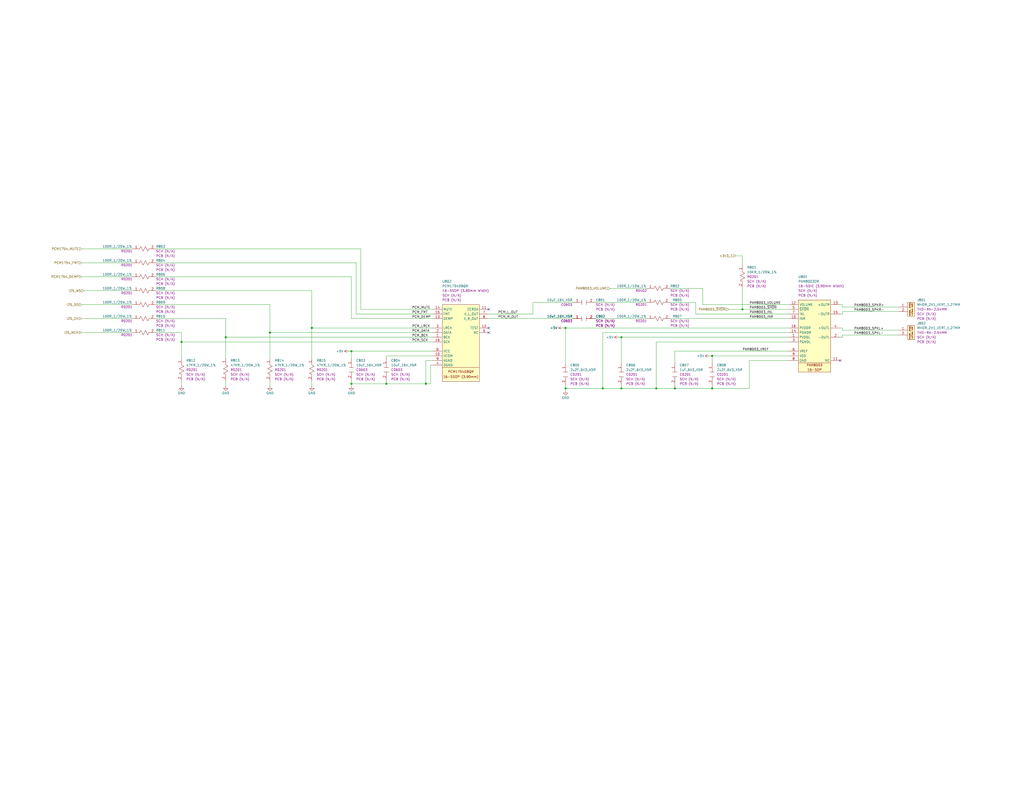
<source format=kicad_sch>
(kicad_sch (version 20230121) (generator eeschema)
  (paper "C")
  (title_block (title "Blender") (date "2023/09/18") (rev "v1.0") (company "Mend0z0") (comment 1 "v1.0") (comment 2 "RELEASED") (comment 3 "Siavash Taher Parvar") (comment 4 "_BOM_Blender_v1.0.html") (comment 5 "_HW_Blender.kicad_pcb") (comment 6 "_GBR_Blender_v1.0") (comment 7 "_ASM_Blender_v1.0") (comment 8 "N/A") (comment 9 "Initial version"))
  (lib_symbols
    (symbol "_SCHLIB_Blender:CAP_CER_10uF_16V_X5R_C0603"
      (property "Reference" "C" (at 2.54 3.81 0))
      (property "Value" "10uF_16V_X5R" (at 2.54 6.35 0))
      (property "Package" "C0603" (at 2.54 34.29 0))
      (property "SCH CHECK" "SCH (N/A)" (at 2.54 31.75 0))
      (property "PCB CHECk" "PCB (N/A)" (at 2.54 29.21 0))
      (symbol "CAP_CER_10uF_16V_X5R_C0603_0_0"
        (polyline (pts (xy 5.08 1.27) (xy 5.08 -1.27)))
        (polyline (pts (xy 7.62 1.27) (xy 7.62 -1.27)))
      )
      (symbol "CAP_CER_10uF_16V_X5R_C0603_1_1"
        (pin passive line (at 0 0 0) (length 5.08) (name "") (number "1"))
        (pin passive line (at 12.7 0 180) (length 5.08) (name "") (number "2"))
      )
    )
    (symbol "_SCHLIB_Blender:CAP_CER_1uF_6V3_X5R_C0201"
      (property "Reference" "C" (at 2.54 3.81 0))
      (property "Value" "1uF_6V3_X5R" (at 2.54 6.35 0))
      (property "Package" "C0201" (at 2.54 34.29 0))
      (property "SCH CHECK" "SCH (N/A)" (at 2.54 31.75 0))
      (property "PCB CHECk" "PCB (N/A)" (at 2.54 29.21 0))
      (symbol "CAP_CER_1uF_6V3_X5R_C0201_0_0"
        (polyline (pts (xy 5.08 1.27) (xy 5.08 -1.27)))
        (polyline (pts (xy 7.62 1.27) (xy 7.62 -1.27)))
      )
      (symbol "CAP_CER_1uF_6V3_X5R_C0201_1_1"
        (pin passive line (at 0 0 0) (length 5.08) (name "") (number "1"))
        (pin passive line (at 12.7 0 180) (length 5.08) (name "") (number "2"))
      )
    )
    (symbol "_SCHLIB_Blender:CAP_CER_2u2F_6V3_X5R_C0201"
      (property "Reference" "C" (at 2.54 3.81 0))
      (property "Value" "2u2F_6V3_X5R" (at 2.54 6.35 0))
      (property "Package" "C0201" (at 2.54 34.29 0))
      (property "SCH CHECK" "SCH (N/A)" (at 2.54 31.75 0))
      (property "PCB CHECk" "PCB (N/A)" (at 2.54 29.21 0))
      (symbol "CAP_CER_2u2F_6V3_X5R_C0201_0_0"
        (polyline (pts (xy 5.08 1.27) (xy 5.08 -1.27)))
        (polyline (pts (xy 7.62 1.27) (xy 7.62 -1.27)))
      )
      (symbol "CAP_CER_2u2F_6V3_X5R_C0201_1_1"
        (pin passive line (at 0 0 0) (length 5.08) (name "") (number "1"))
        (pin passive line (at 12.7 0 180) (length 5.08) (name "") (number "2"))
      )
    )
    (symbol "_SCHLIB_Blender:CONN_HEADER_2POS_1ROW_MALE_VERT_1.27MM"
      (property "Reference" "J" (at 2.54 2.54 0))
      (property "Value" "MHDR_2X1_VERT_1.27MM" (at 2.54 5.08 0))
      (property "Package" "THD-RA-2.54MM" (at 2.54 33.02 0))
      (property "SCH CHECK" "SCH (N/A)" (at 2.54 30.48 0))
      (property "PCB CHECk" "PCB (N/A)" (at 2.54 27.94 0))
      (symbol "CONN_HEADER_2POS_1ROW_MALE_VERT_1.27MM_0_0"
        (text "1.27mm, VERT" (at 2.54 -3.81 900) (effects (font (size 0.635 0.635))))
        (text "MHDR, 2POS" (at 1.27 -3.81 900) (effects (font (size 0.762 0.762))))
      )
      (symbol "CONN_HEADER_2POS_1ROW_MALE_VERT_1.27MM_0_1"
        (rectangle (start 0 0) (end 3.81 -7.62) (fill (type background)))
      )
      (symbol "CONN_HEADER_2POS_1ROW_MALE_VERT_1.27MM_1_1"
        (pin passive line (at -5.08 -2.54 0) (length 5.08) (name "") (number "1"))
        (pin passive line (at -5.08 -5.08 0) (length 5.08) (name "") (number "2"))
      )
    )
    (symbol "_SCHLIB_Blender:IC_AMP_PAM8003DR_STEREO_CLASS D_16-SOIC (0.154{dblquote}, 3.90mm Width)"
      (property "Reference" "U" (at 2.54 2.54 0))
      (property "Value" "PAM8003DR" (at 2.54 5.08 0))
      (property "Package" "16-SOIC (3.90mm Width)" (at 2.54 33.02 0))
      (property "SCH CHECK" "SCH (N/A)" (at 2.54 30.48 0))
      (property "PCB CHECK" "PCB (N/A)" (at 2.54 27.94 0))
      (symbol "IC_AMP_PAM8003DR_STEREO_CLASS D_16-SOIC (0.154{dblquote}, 3.90mm Width)_0_0"
        (polyline (pts (xy 0 -34.29) (xy 17.78 -34.29)))
        (rectangle (start 0 0) (end 17.78 -39.37) (fill (type background)))
        (text "16-SOP" (at 8.89 -38.1 0) (effects (font (size 1.27 1.27))))
        (text "PAM8003" (at 8.89 -35.56 0) (effects (font (size 1.27 1.27))))
      )
      (symbol "IC_AMP_PAM8003DR_STEREO_CLASS D_16-SOIC (0.154{dblquote}, 3.90mm Width)_1_1"
        (pin passive line (at -5.08 -20.32 0) (length 5.08) (name "PVDDL") (number "1"))
        (pin passive line (at -5.08 -10.16 0) (length 5.08) (name "INR") (number "10"))
        (pin passive line (at 22.86 -33.02 180) (length 5.08) (name "NC") (number "11"))
        (pin passive line (at -5.08 -2.54 0) (length 5.08) (name "VOLUME") (number "12"))
        (pin passive line (at 22.86 -2.54 180) (length 5.08) (name "+OUTR") (number "13"))
        (pin passive line (at -5.08 -17.78 0) (length 5.08) (name "PGNDR") (number "14"))
        (pin passive line (at 22.86 -7.62 180) (length 5.08) (name "-OUTR") (number "15"))
        (pin passive line (at -5.08 -15.24 0) (length 5.08) (name "PVDDR") (number "16"))
        (pin passive line (at 22.86 -20.32 180) (length 5.08) (name "-OUTL") (number "2"))
        (pin passive line (at -5.08 -22.86 0) (length 5.08) (name "PGNDL") (number "3"))
        (pin passive line (at 22.86 -15.24 180) (length 5.08) (name "+OUTL") (number "4"))
        (pin passive line (at -5.08 -5.08 0) (length 5.08) (name "~{SHDN}") (number "5"))
        (pin passive line (at -5.08 -27.94 0) (length 5.08) (name "VREF") (number "6"))
        (pin passive line (at -5.08 -7.62 0) (length 5.08) (name "INL") (number "7"))
        (pin passive line (at -5.08 -33.02 0) (length 5.08) (name "GND") (number "8"))
        (pin passive line (at -5.08 -30.48 0) (length 5.08) (name "VDD") (number "9"))
      )
    )
    (symbol "_SCHLIB_Blender:IC_DAC_PCM1754DBQR_24b_I2S_16SSOP"
      (property "Reference" "U" (at 3.81 3.81 0))
      (property "Value" "PCM1754DBQR" (at 3.81 6.35 0))
      (property "Package" "16-SSOP (3.90mm Width)" (at 3.81 34.29 0))
      (property "SCH CHECK" "SCH (N/A)" (at 3.81 31.75 0))
      (property "PCB CHECk" "PCB (N/A)" (at 3.81 29.21 0))
      (symbol "IC_DAC_PCM1754DBQR_24b_I2S_16SSOP_0_0"
        (text "	\nPCM1754DBQR" (at 10.16 -35.56 0) (effects (font (size 1.27 1.27))))
        (text "16-SSOP (3.90mm)" (at 10.16 -39.37 0) (effects (font (size 1.27 1.27))))
      )
      (symbol "IC_DAC_PCM1754DBQR_24b_I2S_16SSOP_0_1"
        (polyline (pts (xy 0 -34.29) (xy 20.32 -34.29)))
        (rectangle (start 0 0) (end 20.32 -41.91) (fill (type background)))
      )
      (symbol "IC_DAC_PCM1754DBQR_24b_I2S_16SSOP_1_1"
        (pin passive line (at -5.08 -17.78 0) (length 5.08) (name "BCK") (number "1"))
        (pin passive line (at -5.08 -27.94 0) (length 5.08) (name "VCOM") (number "10"))
        (pin passive line (at 25.4 -2.54 180) (length 5.08) (name "ZEROA") (number "11"))
        (pin passive line (at 25.4 -12.7 180) (length 5.08) (name "TEST") (number "12"))
        (pin passive line (at -5.08 -7.62 0) (length 5.08) (name "DEMP") (number "13"))
        (pin passive line (at -5.08 -2.54 0) (length 5.08) (name "MUTE") (number "14"))
        (pin passive line (at -5.08 -5.08 0) (length 5.08) (name "FMT") (number "15"))
        (pin passive line (at -5.08 -20.32 0) (length 5.08) (name "SCK") (number "16"))
        (pin passive line (at -5.08 -15.24 0) (length 5.08) (name "DATA") (number "2"))
        (pin passive line (at -5.08 -12.7 0) (length 5.08) (name "LRCK") (number "3"))
        (pin passive line (at -5.08 -33.02 0) (length 5.08) (name "DGND") (number "4"))
        (pin passive line (at 25.4 -15.24 180) (length 5.08) (name "NC") (number "5"))
        (pin passive line (at -5.08 -25.4 0) (length 5.08) (name "VCC") (number "6"))
        (pin passive line (at 25.4 -5.08 180) (length 5.08) (name "V_L_OUT") (number "7"))
        (pin passive line (at 25.4 -7.62 180) (length 5.08) (name "V_R_OUT") (number "8"))
        (pin passive line (at -5.08 -30.48 0) (length 5.08) (name "AGND") (number "9"))
      )
    )
    (symbol "_SCHLIB_Blender:RES_100R_1/10W_1%_R0402"
      (property "Reference" "R" (at 2.54 3.81 0))
      (property "Value" "100R_1/10W_1%" (at 2.54 6.35 0))
      (property "Package" "R0402" (at 2.54 34.29 0))
      (property "SCH CHECK" "SCH (N/A)" (at 2.54 31.75 0))
      (property "PCB CHECk" "PCB (N/A)" (at 2.54 29.21 0))
      (symbol "RES_100R_1/10W_1%_R0402_0_0"
        (polyline (pts (xy 3.81 0) (xy 4.445 1.27) (xy 5.715 -1.27) (xy 6.985 1.27) (xy 8.255 -1.27) (xy 8.89 0)))
      )
      (symbol "RES_100R_1/10W_1%_R0402_1_1"
        (pin passive line (at 0 0 0) (length 3.81) (name "") (number "1"))
        (pin passive line (at 12.7 0 180) (length 3.81) (name "") (number "2"))
      )
    )
    (symbol "_SCHLIB_Blender:RES_100R_1/20W_1%_R0201"
      (property "Reference" "R" (at 2.54 3.81 0))
      (property "Value" "100R_1/20W_1%" (at 2.54 6.35 0))
      (property "Package" "R0201" (at 2.54 34.29 0))
      (property "SCH CHECK" "SCH (N/A)" (at 2.54 31.75 0))
      (property "PCB CHECk" "PCB (N/A)" (at 2.54 29.21 0))
      (symbol "RES_100R_1/20W_1%_R0201_0_0"
        (polyline (pts (xy 3.81 0) (xy 4.445 1.27) (xy 5.715 -1.27) (xy 6.985 1.27) (xy 8.255 -1.27) (xy 8.89 0)))
      )
      (symbol "RES_100R_1/20W_1%_R0201_1_1"
        (pin passive line (at 0 0 0) (length 3.81) (name "") (number "1"))
        (pin passive line (at 12.7 0 180) (length 3.81) (name "") (number "2"))
      )
    )
    (symbol "_SCHLIB_Blender:RES_10KR_1/20W_1%_R0201"
      (property "Reference" "R" (at 2.54 5.08 0))
      (property "Value" "10KR_1/20W_1%" (at 2.54 7.62 0))
      (property "Package" "R0201" (at 2.54 35.56 0))
      (property "SCH CHECK" "SCH (N/A)" (at 2.54 33.02 0))
      (property "PCB CHECk" "PCB (N/A)" (at 2.54 30.48 0))
      (symbol "RES_10KR_1/20W_1%_R0201_0_0"
        (polyline (pts (xy 3.81 0) (xy 4.445 1.27) (xy 5.715 -1.27) (xy 6.985 1.27) (xy 8.255 -1.27) (xy 8.89 0)))
      )
      (symbol "RES_10KR_1/20W_1%_R0201_1_1"
        (pin passive line (at 0 0 0) (length 3.81) (name "") (number "1"))
        (pin passive line (at 12.7 0 180) (length 3.81) (name "") (number "2"))
      )
    )
    (symbol "_SCHLIB_Blender:RES_47KR_1/20W_1%_R0201"
      (property "Reference" "R" (at 2.54 3.81 0))
      (property "Value" "47KR_1/20W_1%" (at 2.54 6.35 0))
      (property "Package" "R0201" (at 2.54 34.29 0))
      (property "SCH CHECK" "SCH (N/A)" (at 2.54 31.75 0))
      (property "PCB CHECk" "PCB (N/A)" (at 2.54 29.21 0))
      (symbol "RES_47KR_1/20W_1%_R0201_0_0"
        (polyline (pts (xy 3.81 0) (xy 4.445 1.27) (xy 5.715 -1.27) (xy 6.985 1.27) (xy 8.255 -1.27) (xy 8.89 0)))
      )
      (symbol "RES_47KR_1/20W_1%_R0201_1_1"
        (pin passive line (at 0 0 0) (length 3.81) (name "") (number "1"))
        (pin passive line (at 12.7 0 180) (length 3.81) (name "") (number "2"))
      )
    )
    (symbol "power:+5V" (power) (pin_names (offset 0))
      (property "Value" "+5V" (at 0 3.556 0))
      (symbol "+5V_0_1"
        (polyline (pts (xy -0.762 1.27) (xy 0 2.54)))
        (polyline (pts (xy 0 0) (xy 0 2.54)))
        (polyline (pts (xy 0 2.54) (xy 0.762 1.27)))
      )
      (symbol "+5V_1_1"
        (pin power_in line (at 0 0 90) (length 0) hide (name "+5V") (number "1"))
      )
    )
    (symbol "power:GND" (power) (pin_names (offset 0))
      (property "Value" "GND" (at 0 -3.81 0))
      (symbol "GND_0_1"
        (polyline (pts (xy 0 0) (xy 0 -1.27) (xy 1.27 -1.27) (xy 0 -2.54) (xy -1.27 -1.27) (xy 0 -1.27)))
      )
      (symbol "GND_1_1"
        (pin power_in line (at 0 0 270) (length 0) hide (name "GND") (number "1"))
      )
    )
  )
  (junction (at 339.09 212.09))
  (junction (at 368.3 212.09))
  (junction (at 388.62 212.09))
  (junction (at 358.14 212.09))
  (junction (at 308.61 179.07))
  (junction (at 405.13 168.91))
  (junction (at 388.62 194.31))
  (junction (at 99.06 186.69))
  (junction (at 147.32 181.61))
  (junction (at 191.77 191.77))
  (junction (at 170.18 179.07))
  (junction (at 210.82 209.55))
  (junction (at 339.09 184.15))
  (junction (at 191.77 209.55))
  (junction (at 328.93 212.09))
  (junction (at 232.41 209.55))
  (junction (at 123.19 184.15))
  (junction (at 308.61 212.09))
  (no_connect (at 458.47 196.85))
  (no_connect (at 266.7 181.61))
  (no_connect (at 266.7 168.91))
  (no_connect (at 266.7 179.07))
  (wire (pts (xy 459.74 180.34) (xy 459.74 179.07)))
  (wire (pts (xy 307.34 179.07) (xy 308.61 179.07)))
  (wire (pts (xy 339.09 212.09) (xy 358.14 212.09)))
  (wire (pts (xy 379.73 171.45) (xy 430.53 171.45)))
  (wire (pts (xy 328.93 181.61) (xy 328.93 212.09)))
  (wire (pts (xy 388.62 212.09) (xy 368.3 212.09)))
  (wire (pts (xy 397.51 168.91) (xy 405.13 168.91)))
  (wire (pts (xy 308.61 179.07) (xy 308.61 198.12)))
  (wire (pts (xy 368.3 210.82) (xy 368.3 212.09)))
  (wire (pts (xy 290.83 165.1) (xy 312.42 165.1)))
  (wire (pts (xy 147.32 181.61) (xy 147.32 195.58)))
  (wire (pts (xy 430.53 181.61) (xy 328.93 181.61)))
  (wire (pts (xy 123.19 210.82) (xy 123.19 208.28)))
  (wire (pts (xy 191.77 191.77) (xy 191.77 195.58)))
  (wire (pts (xy 147.32 166.37) (xy 147.32 181.61)))
  (wire (pts (xy 44.45 143.51) (xy 72.39 143.51)))
  (wire (pts (xy 459.74 170.18) (xy 459.74 171.45)))
  (wire (pts (xy 401.32 139.7) (xy 405.13 139.7)))
  (wire (pts (xy 236.22 199.39) (xy 234.95 199.39)))
  (wire (pts (xy 85.09 151.13) (xy 191.77 151.13)))
  (wire (pts (xy 383.54 157.48) (xy 383.54 166.37)))
  (wire (pts (xy 458.47 166.37) (xy 459.74 166.37)))
  (wire (pts (xy 45.72 158.75) (xy 72.39 158.75)))
  (wire (pts (xy 170.18 158.75) (xy 170.18 179.07)))
  (wire (pts (xy 210.82 209.55) (xy 210.82 208.28)))
  (wire (pts (xy 44.45 166.37) (xy 72.39 166.37)))
  (wire (pts (xy 210.82 209.55) (xy 232.41 209.55)))
  (wire (pts (xy 308.61 210.82) (xy 308.61 212.09)))
  (wire (pts (xy 99.06 186.69) (xy 236.22 186.69)))
  (wire (pts (xy 459.74 184.15) (xy 458.47 184.15)))
  (wire (pts (xy 368.3 212.09) (xy 358.14 212.09)))
  (wire (pts (xy 405.13 168.91) (xy 430.53 168.91)))
  (wire (pts (xy 191.77 208.28) (xy 191.77 209.55)))
  (wire (pts (xy 408.94 196.85) (xy 408.94 212.09)))
  (wire (pts (xy 191.77 191.77) (xy 236.22 191.77)))
  (wire (pts (xy 210.82 194.31) (xy 236.22 194.31)))
  (wire (pts (xy 383.54 166.37) (xy 430.53 166.37)))
  (wire (pts (xy 232.41 196.85) (xy 232.41 209.55)))
  (wire (pts (xy 147.32 181.61) (xy 236.22 181.61)))
  (wire (pts (xy 458.47 171.45) (xy 459.74 171.45)))
  (wire (pts (xy 459.74 180.34) (xy 490.22 180.34)))
  (wire (pts (xy 379.73 165.1) (xy 365.76 165.1)))
  (wire (pts (xy 170.18 179.07) (xy 170.18 195.58)))
  (wire (pts (xy 430.53 194.31) (xy 388.62 194.31)))
  (wire (pts (xy 191.77 209.55) (xy 191.77 210.82)))
  (wire (pts (xy 308.61 212.09) (xy 308.61 213.36)))
  (wire (pts (xy 234.95 209.55) (xy 232.41 209.55)))
  (wire (pts (xy 405.13 157.48) (xy 405.13 168.91)))
  (wire (pts (xy 85.09 181.61) (xy 99.06 181.61)))
  (wire (pts (xy 332.74 157.48) (xy 353.06 157.48)))
  (wire (pts (xy 210.82 209.55) (xy 191.77 209.55)))
  (wire (pts (xy 368.3 191.77) (xy 430.53 191.77)))
  (wire (pts (xy 368.3 191.77) (xy 368.3 198.12)))
  (wire (pts (xy 234.95 199.39) (xy 234.95 209.55)))
  (wire (pts (xy 325.12 173.99) (xy 353.06 173.99)))
  (wire (pts (xy 358.14 186.69) (xy 358.14 212.09)))
  (wire (pts (xy 196.85 168.91) (xy 236.22 168.91)))
  (wire (pts (xy 430.53 196.85) (xy 408.94 196.85)))
  (wire (pts (xy 85.09 143.51) (xy 194.31 143.51)))
  (wire (pts (xy 430.53 179.07) (xy 308.61 179.07)))
  (wire (pts (xy 194.31 171.45) (xy 236.22 171.45)))
  (wire (pts (xy 44.45 151.13) (xy 72.39 151.13)))
  (wire (pts (xy 266.7 171.45) (xy 290.83 171.45)))
  (wire (pts (xy 388.62 194.31) (xy 388.62 198.12)))
  (wire (pts (xy 325.12 165.1) (xy 353.06 165.1)))
  (wire (pts (xy 99.06 210.82) (xy 99.06 208.28)))
  (wire (pts (xy 388.62 210.82) (xy 388.62 212.09)))
  (wire (pts (xy 44.45 173.99) (xy 72.39 173.99)))
  (wire (pts (xy 337.82 184.15) (xy 339.09 184.15)))
  (wire (pts (xy 459.74 182.88) (xy 490.22 182.88)))
  (wire (pts (xy 308.61 212.09) (xy 328.93 212.09)))
  (wire (pts (xy 459.74 170.18) (xy 490.22 170.18)))
  (wire (pts (xy 365.76 157.48) (xy 383.54 157.48)))
  (wire (pts (xy 99.06 181.61) (xy 99.06 186.69)))
  (wire (pts (xy 85.09 173.99) (xy 123.19 173.99)))
  (wire (pts (xy 405.13 139.7) (xy 405.13 144.78)))
  (wire (pts (xy 99.06 186.69) (xy 99.06 195.58)))
  (wire (pts (xy 365.76 173.99) (xy 430.53 173.99)))
  (wire (pts (xy 196.85 135.89) (xy 196.85 168.91)))
  (wire (pts (xy 459.74 179.07) (xy 458.47 179.07)))
  (wire (pts (xy 328.93 212.09) (xy 339.09 212.09)))
  (wire (pts (xy 290.83 165.1) (xy 290.83 171.45)))
  (wire (pts (xy 85.09 135.89) (xy 196.85 135.89)))
  (wire (pts (xy 194.31 143.51) (xy 194.31 171.45)))
  (wire (pts (xy 358.14 186.69) (xy 430.53 186.69)))
  (wire (pts (xy 379.73 165.1) (xy 379.73 171.45)))
  (wire (pts (xy 339.09 210.82) (xy 339.09 212.09)))
  (wire (pts (xy 123.19 184.15) (xy 236.22 184.15)))
  (wire (pts (xy 266.7 173.99) (xy 312.42 173.99)))
  (wire (pts (xy 459.74 167.64) (xy 490.22 167.64)))
  (wire (pts (xy 85.09 158.75) (xy 170.18 158.75)))
  (wire (pts (xy 191.77 173.99) (xy 236.22 173.99)))
  (wire (pts (xy 430.53 184.15) (xy 339.09 184.15)))
  (wire (pts (xy 190.5 191.77) (xy 191.77 191.77)))
  (wire (pts (xy 44.45 181.61) (xy 72.39 181.61)))
  (wire (pts (xy 408.94 212.09) (xy 388.62 212.09)))
  (wire (pts (xy 170.18 208.28) (xy 170.18 210.82)))
  (wire (pts (xy 191.77 151.13) (xy 191.77 173.99)))
  (wire (pts (xy 459.74 182.88) (xy 459.74 184.15)))
  (wire (pts (xy 123.19 184.15) (xy 123.19 195.58)))
  (wire (pts (xy 147.32 210.82) (xy 147.32 208.28)))
  (wire (pts (xy 210.82 194.31) (xy 210.82 195.58)))
  (wire (pts (xy 123.19 173.99) (xy 123.19 184.15)))
  (wire (pts (xy 387.35 194.31) (xy 388.62 194.31)))
  (wire (pts (xy 170.18 179.07) (xy 236.22 179.07)))
  (wire (pts (xy 236.22 196.85) (xy 232.41 196.85)))
  (wire (pts (xy 44.45 135.89) (xy 72.39 135.89)))
  (wire (pts (xy 85.09 166.37) (xy 147.32 166.37)))
  (wire (pts (xy 459.74 166.37) (xy 459.74 167.64)))
  (wire (pts (xy 339.09 184.15) (xy 339.09 198.12)))
  (label "PCM_MUTE" (at 224.79 168.91 0))
  (label "PAM8003_VOLUME" (at 408.94 166.37 0))
  (label "PAM8003_SPKR+" (at 466.09 167.64 0))
  (label "PCM_LRCK" (at 224.79 179.07 0))
  (label "PAM8003_~{SHDN}" (at 408.94 168.91 0))
  (label "PAM8003_VREF" (at 405.13 191.77 0))
  (label "PCM_FMT" (at 224.79 171.45 0))
  (label "PAM8003_SPKL-" (at 466.09 182.88 0))
  (label "PAM8003_INL" (at 408.94 171.45 0))
  (label "PCM_DATA" (at 224.79 181.61 0))
  (label "PAM8003_SPKL+" (at 466.09 180.34 0))
  (label "PCM_R_OUT" (at 271.78 173.99 0))
  (label "PAM8003_INR" (at 408.94 173.99 0))
  (label "PCM_SCK" (at 224.79 186.69 0))
  (label "PCM_DEMP" (at 224.79 173.99 0))
  (label "PAM8003_SPKR-" (at 466.09 170.18 0))
  (label "PCM_L_OUT" (at 271.78 171.45 0))
  (label "PCM_BCK" (at 224.79 184.15 0))
  (hierarchical_label "PAM8003_~{SHDN}" (shape input) (at 397.51 168.91 180))
  (hierarchical_label "I2S_CK" (shape input) (at 44.45 173.99 180))
  (hierarchical_label "PAM8003_VOLUME" (shape input) (at 332.74 157.48 180))
  (hierarchical_label "+3V3_1" (shape input) (at 401.32 139.7 180))
  (hierarchical_label "I2S_WS" (shape input) (at 45.72 158.75 180))
  (hierarchical_label "I2S_SD" (shape input) (at 44.45 166.37 180))
  (hierarchical_label "PCM1754_DEMP" (shape input) (at 44.45 151.13 180))
  (hierarchical_label "I2S_MCK" (shape input) (at 44.45 181.61 180))
  (hierarchical_label "PCM1754_MUTE" (shape input) (at 44.45 135.89 180))
  (hierarchical_label "PCM1754_FMT" (shape input) (at 44.45 143.51 180))
  (symbol (lib_id "_SCHLIB_Blender:RES_100R_1/20W_1%_R0201") (at 72.39 181.61 0) (unit 1)
    (property "Reference" "R811" (at 87.63 180.34 0))
    (property "Value" "100R_1/20W_1%" (at 55.88 180.34 0) (effects (justify left)))
    (property "Footprint" "Resistor_SMD:R_0201_0603Metric" (effects hide))
    (property "Datasheet" "https://www.seielect.com/Catalog/SEI-RMCF_RMCP.pdf" (effects hide))
    (property "Description" "100 Ohms ±1% 0.05W, 1/20W Chip Resistor 0201 (0603 Metric) Thick Film" (effects hide))
    (property "Link" "https://www.digikey.ca/en/products/detail/stackpole-electronics-inc/RMCF0201FT100R/1714988" (effects hide))
    (property "SCH CHECK" "SCH (N/A)" (at 85.09 182.88 0) (effects (justify left)))
    (property "Package" "R0201" (at 66.04 182.88 0) (effects (justify left)))
    (property "Part Number (Manufacturer)" "RMCF0201FT100R" (effects hide))
    (property "Manufacturer" "Stackpole Electronics Inc" (effects hide))
    (property "Part Number (Vendor)" "RMCF0201FT100RTR-ND" (effects hide))
    (property "Vendor" "Digikey" (effects hide))
    (property "PCB CHECk" "PCB (N/A)" (at 85.09 185.42 0) (effects (justify left)))
  )
  (symbol (lib_id "_SCHLIB_Blender:RES_100R_1/20W_1%_R0201") (at 353.06 165.1 0) (unit 1)
    (property "Reference" "R805" (at 369.57 163.83 0))
    (property "Value" "100R_1/20W_1%" (at 336.55 163.83 0) (effects (justify left)))
    (property "Footprint" "Resistor_SMD:R_0201_0603Metric" (effects hide))
    (property "Datasheet" "https://www.seielect.com/Catalog/SEI-RMCF_RMCP.pdf" (effects hide))
    (property "Description" "100 Ohms ±1% 0.05W, 1/20W Chip Resistor 0201 (0603 Metric) Thick Film" (effects hide))
    (property "Link" "https://www.digikey.ca/en/products/detail/stackpole-electronics-inc/RMCF0201FT100R/1714988" (effects hide))
    (property "SCH CHECK" "SCH (N/A)" (at 365.76 166.37 0) (effects (justify left)))
    (property "Package" "R0201" (at 346.71 166.37 0) (effects (justify left)))
    (property "Part Number (Manufacturer)" "RMCF0201FT100R" (effects hide))
    (property "Manufacturer" "Stackpole Electronics Inc" (effects hide))
    (property "Part Number (Vendor)" "RMCF0201FT100RTR-ND" (effects hide))
    (property "Vendor" "Digikey" (effects hide))
    (property "PCB CHECk" "PCB (N/A)" (at 365.76 168.91 0) (effects (justify left)))
  )
  (symbol (lib_id "power:GND") (at 308.61 213.36 0) (unit 1)
    (property "Reference" "#PWR0810" (effects hide))
    (property "Value" "GND" (at 308.61 217.17 0))
  )
  (symbol (lib_id "_SCHLIB_Blender:CONN_HEADER_2POS_1ROW_MALE_VERT_1.27MM") (at 495.3 165.1 0) (unit 1)
    (property "Reference" "J801" (at 500.38 163.83 0) (effects (justify left)))
    (property "Value" "MHDR_2X1_VERT_1.27MM" (at 500.38 166.37 0) (effects (justify left)))
    (property "Footprint" "Connector_PinHeader_1.27mm:PinHeader_1x02_P1.27mm_Vertical" (effects hide))
    (property "Datasheet" "https://s3.amazonaws.com/catalogspreads-pdf/PAGE94-95%20.050%20MALE%20HDR%20ST%20RA%20SMT.pdf" (effects hide))
    (property "Description" "Connector Header Through Hole 2 position 0.050\" (1.27mm)" (effects hide))
    (property "Link" "https://www.digikey.ca/en/products/detail/sullins-connector-solutions/GRPB021VWVN-RC/1786438" (effects hide))
    (property "SCH CHECK" "SCH (N/A)" (at 500.38 171.45 0) (effects (justify left)))
    (property "Part Number (Manufacturer)" "GRPB021VWVN-RC" (effects hide))
    (property "Package" "THD-RA-2.54MM" (at 500.38 168.91 0) (effects (justify left)))
    (property "Manufacturer" "Sullins Connector Solutions" (effects hide))
    (property "Part Number (Vendor)" "S9014E-02-ND" (effects hide))
    (property "Vendor" "Digikey" (effects hide))
    (property "PCB CHECk" "PCB (N/A)" (at 500.38 173.99 0) (effects (justify left)))
  )
  (symbol (lib_id "_SCHLIB_Blender:CAP_CER_2u2F_6V3_X5R_C0201") (at 339.09 198.12 270) (unit 1)
    (property "Reference" "C806" (at 341.63 199.39 90) (effects (justify left)))
    (property "Value" "2u2F_6V3_X5R" (at 341.63 201.93 90) (effects (justify left)))
    (property "Footprint" "Capacitor_SMD:C_0201_0603Metric" (effects hide))
    (property "Datasheet" "https://ele.kyocera.com/assets/products/capacitor/CM_Series_e.pdf" (effects hide))
    (property "Description" "2.2 µF ±20% 6.3V Ceramic Capacitor X5R 0201 (0603 Metric)" (effects hide))
    (property "Link" "https://www.digikey.ca/en/products/detail/kyocera-avx/CM03X5R225M06AH/10815044" (effects hide))
    (property "SCH CHECK" "SCH (N/A)" (at 341.63 207.01 90) (effects (justify left)))
    (property "Package" "C0201" (at 341.63 204.47 90) (effects (justify left)))
    (property "Part Number (Manufacturer)" "CM03X5R225M06AH" (effects hide))
    (property "Manufacturer" "KYOCERA AVX" (effects hide))
    (property "Part Number (Vendor)" "478-KGM03CR50J225MHTR-ND" (effects hide))
    (property "Vendor" "Digikey" (effects hide))
    (property "PCB CHECk" "PCB (N/A)" (at 341.63 209.55 90) (effects (justify left)))
  )
  (symbol (lib_id "_SCHLIB_Blender:RES_100R_1/20W_1%_R0201") (at 72.39 135.89 0) (unit 1)
    (property "Reference" "R803" (at 87.63 134.62 0))
    (property "Value" "100R_1/20W_1%" (at 55.88 134.62 0) (effects (justify left)))
    (property "Footprint" "Resistor_SMD:R_0201_0603Metric" (effects hide))
    (property "Datasheet" "https://www.seielect.com/Catalog/SEI-RMCF_RMCP.pdf" (effects hide))
    (property "Description" "100 Ohms ±1% 0.05W, 1/20W Chip Resistor 0201 (0603 Metric) Thick Film" (effects hide))
    (property "Link" "https://www.digikey.ca/en/products/detail/stackpole-electronics-inc/RMCF0201FT100R/1714988" (effects hide))
    (property "SCH CHECK" "SCH (N/A)" (at 85.09 137.16 0) (effects (justify left)))
    (property "Package" "R0201" (at 66.04 137.16 0) (effects (justify left)))
    (property "Part Number (Manufacturer)" "RMCF0201FT100R" (effects hide))
    (property "Manufacturer" "Stackpole Electronics Inc" (effects hide))
    (property "Part Number (Vendor)" "RMCF0201FT100RTR-ND" (effects hide))
    (property "Vendor" "Digikey" (effects hide))
    (property "PCB CHECk" "PCB (N/A)" (at 85.09 139.7 0) (effects (justify left)))
  )
  (symbol (lib_id "_SCHLIB_Blender:CAP_CER_10uF_16V_X5R_C0603") (at 210.82 195.58 270) (unit 1)
    (property "Reference" "C804" (at 213.36 196.85 90) (effects (justify left)))
    (property "Value" "10uF_16V_X5R" (at 213.36 199.39 90) (effects (justify left)))
    (property "Footprint" "Capacitor_SMD:C_0603_1608Metric" (effects hide))
    (property "Datasheet" "https://search.murata.co.jp/Ceramy/image/img/A01X/G101/ENG/GRT188R61C106KE13-01.pdf" (effects hide))
    (property "Description" "10 µF ±10% 16V Ceramic Capacitor X5R 0603 (1608 Metric)" (effects hide))
    (property "Link" "https://www.digikey.ca/en/products/detail/murata-electronics/GRT188R61C106KE13J/13904802" (effects hide))
    (property "SCH CHECK" "SCH (N/A)" (at 213.36 204.47 90) (effects (justify left)))
    (property "Package" "C0603" (at 213.36 201.93 90) (effects (justify left)))
    (property "Part Number (Manufacturer)" "GRT188R61C106KE13J" (effects hide))
    (property "Manufacturer" "Murata Electronics" (effects hide))
    (property "Part Number (Vendor)" "490-GRT188R61C106KE13JTR-ND" (effects hide))
    (property "Vendor" "Digikey" (effects hide))
    (property "PCB CHECk" "PCB (N/A)" (at 213.36 207.01 90) (effects (justify left)))
  )
  (symbol (lib_id "power:+5V") (at 337.82 184.15 90) (unit 1)
    (property "Reference" "#PWR0802" (effects hide))
    (property "Value" "+5V" (at 332.74 184.15 90))
  )
  (symbol (lib_id "_SCHLIB_Blender:RES_100R_1/20W_1%_R0201") (at 72.39 166.37 0) (unit 1)
    (property "Reference" "R809" (at 87.63 165.1 0))
    (property "Value" "100R_1/20W_1%" (at 55.88 165.1 0) (effects (justify left)))
    (property "Footprint" "Resistor_SMD:R_0201_0603Metric" (effects hide))
    (property "Datasheet" "https://www.seielect.com/Catalog/SEI-RMCF_RMCP.pdf" (effects hide))
    (property "Description" "100 Ohms ±1% 0.05W, 1/20W Chip Resistor 0201 (0603 Metric) Thick Film" (effects hide))
    (property "Link" "https://www.digikey.ca/en/products/detail/stackpole-electronics-inc/RMCF0201FT100R/1714988" (effects hide))
    (property "SCH CHECK" "SCH (N/A)" (at 85.09 167.64 0) (effects (justify left)))
    (property "Package" "R0201" (at 66.04 167.64 0) (effects (justify left)))
    (property "Part Number (Manufacturer)" "RMCF0201FT100R" (effects hide))
    (property "Manufacturer" "Stackpole Electronics Inc" (effects hide))
    (property "Part Number (Vendor)" "RMCF0201FT100RTR-ND" (effects hide))
    (property "Vendor" "Digikey" (effects hide))
    (property "PCB CHECk" "PCB (N/A)" (at 85.09 170.18 0) (effects (justify left)))
  )
  (symbol (lib_id "_SCHLIB_Blender:RES_100R_1/20W_1%_R0201") (at 72.39 151.13 0) (unit 1)
    (property "Reference" "R806" (at 87.63 149.86 0))
    (property "Value" "100R_1/20W_1%" (at 55.88 149.86 0) (effects (justify left)))
    (property "Footprint" "Resistor_SMD:R_0201_0603Metric" (effects hide))
    (property "Datasheet" "https://www.seielect.com/Catalog/SEI-RMCF_RMCP.pdf" (effects hide))
    (property "Description" "100 Ohms ±1% 0.05W, 1/20W Chip Resistor 0201 (0603 Metric) Thick Film" (effects hide))
    (property "Link" "https://www.digikey.ca/en/products/detail/stackpole-electronics-inc/RMCF0201FT100R/1714988" (effects hide))
    (property "SCH CHECK" "SCH (N/A)" (at 85.09 152.4 0) (effects (justify left)))
    (property "Package" "R0201" (at 66.04 152.4 0) (effects (justify left)))
    (property "Part Number (Manufacturer)" "RMCF0201FT100R" (effects hide))
    (property "Manufacturer" "Stackpole Electronics Inc" (effects hide))
    (property "Part Number (Vendor)" "RMCF0201FT100RTR-ND" (effects hide))
    (property "Vendor" "Digikey" (effects hide))
    (property "PCB CHECk" "PCB (N/A)" (at 85.09 154.94 0) (effects (justify left)))
  )
  (symbol (lib_id "power:+5V") (at 190.5 191.77 90) (unit 1)
    (property "Reference" "#PWR0803" (effects hide))
    (property "Value" "+5V" (at 185.42 191.77 90))
  )
  (symbol (lib_id "power:+5V") (at 387.35 194.31 90) (unit 1)
    (property "Reference" "#PWR0804" (effects hide))
    (property "Value" "+5V" (at 382.27 194.31 90))
  )
  (symbol (lib_id "_SCHLIB_Blender:IC_DAC_PCM1754DBQR_24b_I2S_16SSOP") (at 241.3 166.37 0) (unit 1)
    (property "Reference" "U802" (at 243.84 153.67 0))
    (property "Value" "PCM1754DBQR" (at 241.3 156.21 0) (effects (justify left)))
    (property "Footprint" "_PCBLIB_Blender:DBQ16" (effects hide))
    (property "Datasheet" "https://www.ti.com/general/docs/suppproductinfo.tsp?distId=10&gotoUrl=https%3A%2F%2Fwww.ti.com%2Flit%2Fgpn%2Fpcm1753" (effects hide))
    (property "Description" "DAC, Audio 24 b 200k I²S 16-SSOP" (effects hide))
    (property "Link" "https://www.digikey.ca/en/products/detail/texas-instruments/PCM1754DBQR/1573276" (effects hide))
    (property "SCH CHECK" "SCH (N/A)" (at 241.3 161.29 0) (effects (justify left)))
    (property "Part Number (Manufacturer)" "PCM1754DBQR" (effects hide))
    (property "Package" "16-SSOP (3.90mm Width)" (at 241.3 158.75 0) (effects (justify left)))
    (property "Manufacturer" "Texas Instruments" (effects hide))
    (property "Part Number (Vendor)" "296-26302-2-ND" (effects hide))
    (property "Vendor" "Digikey" (effects hide))
    (property "PCB CHECk" "PCB (N/A)" (at 241.3 163.83 0) (effects (justify left)))
  )
  (symbol (lib_id "_SCHLIB_Blender:RES_47KR_1/20W_1%_R0201") (at 123.19 195.58 270) (unit 1)
    (property "Reference" "R813" (at 125.73 196.85 90) (effects (justify left)))
    (property "Value" "47KR_1/20W_1%" (at 125.73 199.39 90) (effects (justify left)))
    (property "Footprint" "Resistor_SMD:R_0201_0603Metric" (effects hide))
    (property "Datasheet" "https://www.yageo.com/upload/media/product/productsearch/datasheet/rchip/PYu-AC_51_RoHS_L_9.pdf" (effects hide))
    (property "Description" "47 kOhms ±1% 0.05W, 1/20W Chip Resistor 0201 (0603 Metric) Automotive AEC-Q200, Moisture Resistant Thick Film" (effects hide))
    (property "Link" "https://www.digikey.ca/en/products/detail/yageo/AC0201FR-0747KL/5894664" (effects hide))
    (property "SCH CHECK" "SCH (N/A)" (at 125.73 204.47 90) (effects (justify left)))
    (property "Package" "R0201" (at 125.73 201.93 90) (effects (justify left)))
    (property "Part Number (Manufacturer)" "AC0201FR-0747KL" (effects hide))
    (property "Manufacturer" "YAGEO" (effects hide))
    (property "Part Number (Vendor)" "YAG3425TR-ND" (effects hide))
    (property "Vendor" "Digikey" (effects hide))
    (property "PCB CHECk" "PCB (N/A)" (at 125.73 207.01 90) (effects (justify left)))
  )
  (symbol (lib_id "_SCHLIB_Blender:RES_10KR_1/20W_1%_R0201") (at 405.13 144.78 270) (unit 1)
    (property "Reference" "R801" (at 407.67 146.05 90) (effects (justify left)))
    (property "Value" "10KR_1/20W_1%" (at 407.67 148.59 90) (effects (justify left)))
    (property "Footprint" "Resistor_SMD:R_0201_0603Metric" (effects hide))
    (property "Datasheet" "https://www.seielect.com/Catalog/SEI-RMCF_RMCP.pdf" (effects hide))
    (property "Description" "10 kOhms ±1% 0.05W, 1/20W Chip Resistor 0201 (0603 Metric) Thick Film" (effects hide))
    (property "Link" "https://www.digikey.ca/en/products/detail/stackpole-electronics-inc/RMCF0201FT10K0/1714990" (effects hide))
    (property "SCH CHECK" "SCH (N/A)" (at 407.67 153.67 90) (effects (justify left)))
    (property "Package" "R0201" (at 407.67 151.13 90) (effects (justify left)))
    (property "Part Number (Manufacturer)" "RMCF0201FT10K0" (effects hide))
    (property "Manufacturer" "Stackpole Electronics Inc" (effects hide))
    (property "Part Number (Vendor)" "RMCF0201FT10K0TR-ND" (effects hide))
    (property "Vendor" "Digikey" (effects hide))
    (property "PCB CHECk" "PCB (N/A)" (at 407.67 156.21 90) (effects (justify left)))
  )
  (symbol (lib_id "power:GND") (at 123.19 210.82 0) (unit 1)
    (property "Reference" "#PWR0806" (effects hide))
    (property "Value" "GND" (at 123.19 214.63 0))
  )
  (symbol (lib_id "_SCHLIB_Blender:CAP_CER_10uF_16V_X5R_C0603") (at 312.42 173.99 0) (unit 1)
    (property "Reference" "C802" (at 327.66 172.72 0))
    (property "Value" "10uF_16V_X5R" (at 298.45 172.72 0) (effects (justify left)))
    (property "Footprint" "Capacitor_SMD:C_0603_1608Metric" (effects hide))
    (property "Datasheet" "https://search.murata.co.jp/Ceramy/image/img/A01X/G101/ENG/GRT188R61C106KE13-01.pdf" (effects hide))
    (property "Description" "10 µF ±10% 16V Ceramic Capacitor X5R 0603 (1608 Metric)" (effects hide))
    (property "Link" "https://www.digikey.ca/en/products/detail/murata-electronics/GRT188R61C106KE13J/13904802" (effects hide))
    (property "SCH CHECK" "SCH (N/A)" (at 325.12 175.26 0) (effects (justify left)))
    (property "Package" "C0603" (at 306.07 175.26 0) (effects (justify left)))
    (property "Part Number (Manufacturer)" "GRT188R61C106KE13J" (effects hide))
    (property "Manufacturer" "Murata Electronics" (effects hide))
    (property "Part Number (Vendor)" "490-GRT188R61C106KE13JTR-ND" (effects hide))
    (property "Vendor" "Digikey" (effects hide))
    (property "PCB CHECk" "PCB (N/A)" (at 325.12 177.8 0) (effects (justify left)))
  )
  (symbol (lib_id "power:GND") (at 191.77 210.82 0) (unit 1)
    (property "Reference" "#PWR0809" (effects hide))
    (property "Value" "GND" (at 191.77 214.63 0))
  )
  (symbol (lib_id "power:GND") (at 170.18 210.82 0) (unit 1)
    (property "Reference" "#PWR0808" (effects hide))
    (property "Value" "GND" (at 170.18 214.63 0))
  )
  (symbol (lib_id "_SCHLIB_Blender:RES_47KR_1/20W_1%_R0201") (at 170.18 195.58 270) (unit 1)
    (property "Reference" "R815" (at 172.72 196.85 90) (effects (justify left)))
    (property "Value" "47KR_1/20W_1%" (at 172.72 199.39 90) (effects (justify left)))
    (property "Footprint" "Resistor_SMD:R_0201_0603Metric" (effects hide))
    (property "Datasheet" "https://www.yageo.com/upload/media/product/productsearch/datasheet/rchip/PYu-AC_51_RoHS_L_9.pdf" (effects hide))
    (property "Description" "47 kOhms ±1% 0.05W, 1/20W Chip Resistor 0201 (0603 Metric) Automotive AEC-Q200, Moisture Resistant Thick Film" (effects hide))
    (property "Link" "https://www.digikey.ca/en/products/detail/yageo/AC0201FR-0747KL/5894664" (effects hide))
    (property "SCH CHECK" "SCH (N/A)" (at 172.72 204.47 90) (effects (justify left)))
    (property "Package" "R0201" (at 172.72 201.93 90) (effects (justify left)))
    (property "Part Number (Manufacturer)" "AC0201FR-0747KL" (effects hide))
    (property "Manufacturer" "YAGEO" (effects hide))
    (property "Part Number (Vendor)" "YAG3425TR-ND" (effects hide))
    (property "Vendor" "Digikey" (effects hide))
    (property "PCB CHECk" "PCB (N/A)" (at 172.72 207.01 90) (effects (justify left)))
  )
  (symbol (lib_id "_SCHLIB_Blender:CONN_HEADER_2POS_1ROW_MALE_VERT_1.27MM") (at 495.3 177.8 0) (unit 1)
    (property "Reference" "J802" (at 500.38 176.53 0) (effects (justify left)))
    (property "Value" "MHDR_2X1_VERT_1.27MM" (at 500.38 179.07 0) (effects (justify left)))
    (property "Footprint" "Connector_PinHeader_1.27mm:PinHeader_1x02_P1.27mm_Vertical" (effects hide))
    (property "Datasheet" "https://s3.amazonaws.com/catalogspreads-pdf/PAGE94-95%20.050%20MALE%20HDR%20ST%20RA%20SMT.pdf" (effects hide))
    (property "Description" "Connector Header Through Hole 2 position 0.050\" (1.27mm)" (effects hide))
    (property "Link" "https://www.digikey.ca/en/products/detail/sullins-connector-solutions/GRPB021VWVN-RC/1786438" (effects hide))
    (property "SCH CHECK" "SCH (N/A)" (at 500.38 184.15 0) (effects (justify left)))
    (property "Part Number (Manufacturer)" "GRPB021VWVN-RC" (effects hide))
    (property "Package" "THD-RA-2.54MM" (at 500.38 181.61 0) (effects (justify left)))
    (property "Manufacturer" "Sullins Connector Solutions" (effects hide))
    (property "Part Number (Vendor)" "S9014E-02-ND" (effects hide))
    (property "Vendor" "Digikey" (effects hide))
    (property "PCB CHECk" "PCB (N/A)" (at 500.38 186.69 0) (effects (justify left)))
  )
  (symbol (lib_id "_SCHLIB_Blender:CAP_CER_2u2F_6V3_X5R_C0201") (at 308.61 198.12 270) (unit 1)
    (property "Reference" "C805" (at 311.15 199.39 90) (effects (justify left)))
    (property "Value" "2u2F_6V3_X5R" (at 311.15 201.93 90) (effects (justify left)))
    (property "Footprint" "Capacitor_SMD:C_0201_0603Metric" (effects hide))
    (property "Datasheet" "https://ele.kyocera.com/assets/products/capacitor/CM_Series_e.pdf" (effects hide))
    (property "Description" "2.2 µF ±20% 6.3V Ceramic Capacitor X5R 0201 (0603 Metric)" (effects hide))
    (property "Link" "https://www.digikey.ca/en/products/detail/kyocera-avx/CM03X5R225M06AH/10815044" (effects hide))
    (property "SCH CHECK" "SCH (N/A)" (at 311.15 207.01 90) (effects (justify left)))
    (property "Package" "C0201" (at 311.15 204.47 90) (effects (justify left)))
    (property "Part Number (Manufacturer)" "CM03X5R225M06AH" (effects hide))
    (property "Manufacturer" "KYOCERA AVX" (effects hide))
    (property "Part Number (Vendor)" "478-KGM03CR50J225MHTR-ND" (effects hide))
    (property "Vendor" "Digikey" (effects hide))
    (property "PCB CHECk" "PCB (N/A)" (at 311.15 209.55 90) (effects (justify left)))
  )
  (symbol (lib_id "power:GND") (at 147.32 210.82 0) (unit 1)
    (property "Reference" "#PWR0807" (effects hide))
    (property "Value" "GND" (at 147.32 214.63 0))
  )
  (symbol (lib_id "power:+5V") (at 307.34 179.07 90) (unit 1)
    (property "Reference" "#PWR0801" (effects hide))
    (property "Value" "+5V" (at 302.26 179.07 90))
  )
  (symbol (lib_id "_SCHLIB_Blender:CAP_CER_2u2F_6V3_X5R_C0201") (at 388.62 198.12 270) (unit 1)
    (property "Reference" "C808" (at 391.16 199.39 90) (effects (justify left)))
    (property "Value" "2u2F_6V3_X5R" (at 391.16 201.93 90) (effects (justify left)))
    (property "Footprint" "Capacitor_SMD:C_0201_0603Metric" (effects hide))
    (property "Datasheet" "https://ele.kyocera.com/assets/products/capacitor/CM_Series_e.pdf" (effects hide))
    (property "Description" "2.2 µF ±20% 6.3V Ceramic Capacitor X5R 0201 (0603 Metric)" (effects hide))
    (property "Link" "https://www.digikey.ca/en/products/detail/kyocera-avx/CM03X5R225M06AH/10815044" (effects hide))
    (property "SCH CHECK" "SCH (N/A)" (at 391.16 207.01 90) (effects (justify left)))
    (property "Package" "C0201" (at 391.16 204.47 90) (effects (justify left)))
    (property "Part Number (Manufacturer)" "CM03X5R225M06AH" (effects hide))
    (property "Manufacturer" "KYOCERA AVX" (effects hide))
    (property "Part Number (Vendor)" "478-KGM03CR50J225MHTR-ND" (effects hide))
    (property "Vendor" "Digikey" (effects hide))
    (property "PCB CHECk" "PCB (N/A)" (at 391.16 209.55 90) (effects (justify left)))
  )
  (symbol (lib_id "_SCHLIB_Blender:RES_100R_1/20W_1%_R0201") (at 72.39 158.75 0) (unit 1)
    (property "Reference" "R808" (at 87.63 157.48 0))
    (property "Value" "100R_1/20W_1%" (at 55.88 157.48 0) (effects (justify left)))
    (property "Footprint" "Resistor_SMD:R_0201_0603Metric" (effects hide))
    (property "Datasheet" "https://www.seielect.com/Catalog/SEI-RMCF_RMCP.pdf" (effects hide))
    (property "Description" "100 Ohms ±1% 0.05W, 1/20W Chip Resistor 0201 (0603 Metric) Thick Film" (effects hide))
    (property "Link" "https://www.digikey.ca/en/products/detail/stackpole-electronics-inc/RMCF0201FT100R/1714988" (effects hide))
    (property "SCH CHECK" "SCH (N/A)" (at 85.09 160.02 0) (effects (justify left)))
    (property "Package" "R0201" (at 66.04 160.02 0) (effects (justify left)))
    (property "Part Number (Manufacturer)" "RMCF0201FT100R" (effects hide))
    (property "Manufacturer" "Stackpole Electronics Inc" (effects hide))
    (property "Part Number (Vendor)" "RMCF0201FT100RTR-ND" (effects hide))
    (property "Vendor" "Digikey" (effects hide))
    (property "PCB CHECk" "PCB (N/A)" (at 85.09 162.56 0) (effects (justify left)))
  )
  (symbol (lib_id "_SCHLIB_Blender:RES_100R_1/20W_1%_R0201") (at 72.39 173.99 0) (unit 1)
    (property "Reference" "R810" (at 87.63 172.72 0))
    (property "Value" "100R_1/20W_1%" (at 55.88 172.72 0) (effects (justify left)))
    (property "Footprint" "Resistor_SMD:R_0201_0603Metric" (effects hide))
    (property "Datasheet" "https://www.seielect.com/Catalog/SEI-RMCF_RMCP.pdf" (effects hide))
    (property "Description" "100 Ohms ±1% 0.05W, 1/20W Chip Resistor 0201 (0603 Metric) Thick Film" (effects hide))
    (property "Link" "https://www.digikey.ca/en/products/detail/stackpole-electronics-inc/RMCF0201FT100R/1714988" (effects hide))
    (property "SCH CHECK" "SCH (N/A)" (at 85.09 175.26 0) (effects (justify left)))
    (property "Package" "R0201" (at 66.04 175.26 0) (effects (justify left)))
    (property "Part Number (Manufacturer)" "RMCF0201FT100R" (effects hide))
    (property "Manufacturer" "Stackpole Electronics Inc" (effects hide))
    (property "Part Number (Vendor)" "RMCF0201FT100RTR-ND" (effects hide))
    (property "Vendor" "Digikey" (effects hide))
    (property "PCB CHECk" "PCB (N/A)" (at 85.09 177.8 0) (effects (justify left)))
  )
  (symbol (lib_id "_SCHLIB_Blender:IC_AMP_PAM8003DR_STEREO_CLASS D_16-SOIC (0.154{dblquote}, 3.90mm Width)") (at 435.61 163.83 0) (unit 1)
    (property "Reference" "U801" (at 438.15 151.13 0))
    (property "Value" "PAM8003DR" (at 435.61 153.67 0) (effects (justify left)))
    (property "Footprint" "_PCBLIB_Blender:SOP-16_3.9x9.9mm_P1.27mm" (effects hide))
    (property "Datasheet" "https://www.diodes.com/assets/Datasheets/PAM8003.pdf" (effects hide))
    (property "Description" "Amplifier IC 2-Channel (Stereo) Class D 16-SOP" (effects hide))
    (property "Part Number" "PAM8003DR" (effects hide))
    (property "Link" "https://www.digikey.ca/en/products/detail/diodes-incorporated/PAM8003DR/4033274" (effects hide))
    (property "SCH CHECK" "SCH (N/A)" (at 435.61 158.75 0) (effects (justify left)))
    (property "Package" "16-SOIC (3.90mm Width)" (at 435.61 156.21 0) (effects (justify left)))
    (property "PCB CHECK" "PCB (N/A)" (at 435.61 161.29 0) (effects (justify left)))
    (property "Part Number (Vendor)" "PAM8003DRDITR-ND" (effects hide))
    (property "Vendor" "Digikey" (effects hide))
    (property "Manufacturer" "Diodes Incorporated" (effects hide))
  )
  (symbol (lib_id "_SCHLIB_Blender:RES_47KR_1/20W_1%_R0201") (at 99.06 195.58 270) (unit 1)
    (property "Reference" "R812" (at 101.6 196.85 90) (effects (justify left)))
    (property "Value" "47KR_1/20W_1%" (at 101.6 199.39 90) (effects (justify left)))
    (property "Footprint" "Resistor_SMD:R_0201_0603Metric" (effects hide))
    (property "Datasheet" "https://www.yageo.com/upload/media/product/productsearch/datasheet/rchip/PYu-AC_51_RoHS_L_9.pdf" (effects hide))
    (property "Description" "47 kOhms ±1% 0.05W, 1/20W Chip Resistor 0201 (0603 Metric) Automotive AEC-Q200, Moisture Resistant Thick Film" (effects hide))
    (property "Link" "https://www.digikey.ca/en/products/detail/yageo/AC0201FR-0747KL/5894664" (effects hide))
    (property "SCH CHECK" "SCH (N/A)" (at 101.6 204.47 90) (effects (justify left)))
    (property "Package" "R0201" (at 101.6 201.93 90) (effects (justify left)))
    (property "Part Number (Manufacturer)" "AC0201FR-0747KL" (effects hide))
    (property "Manufacturer" "YAGEO" (effects hide))
    (property "Part Number (Vendor)" "YAG3425TR-ND" (effects hide))
    (property "Vendor" "Digikey" (effects hide))
    (property "PCB CHECk" "PCB (N/A)" (at 101.6 207.01 90) (effects (justify left)))
  )
  (symbol (lib_id "_SCHLIB_Blender:CAP_CER_10uF_16V_X5R_C0603") (at 191.77 195.58 270) (unit 1)
    (property "Reference" "C803" (at 194.31 196.85 90) (effects (justify left)))
    (property "Value" "10uF_16V_X5R" (at 194.31 199.39 90) (effects (justify left)))
    (property "Footprint" "Capacitor_SMD:C_0603_1608Metric" (effects hide))
    (property "Datasheet" "https://search.murata.co.jp/Ceramy/image/img/A01X/G101/ENG/GRT188R61C106KE13-01.pdf" (effects hide))
    (property "Description" "10 µF ±10% 16V Ceramic Capacitor X5R 0603 (1608 Metric)" (effects hide))
    (property "Link" "https://www.digikey.ca/en/products/detail/murata-electronics/GRT188R61C106KE13J/13904802" (effects hide))
    (property "SCH CHECK" "SCH (N/A)" (at 194.31 204.47 90) (effects (justify left)))
    (property "Package" "C0603" (at 194.31 201.93 90) (effects (justify left)))
    (property "Part Number (Manufacturer)" "GRT188R61C106KE13J" (effects hide))
    (property "Manufacturer" "Murata Electronics" (effects hide))
    (property "Part Number (Vendor)" "490-GRT188R61C106KE13JTR-ND" (effects hide))
    (property "Vendor" "Digikey" (effects hide))
    (property "PCB CHECk" "PCB (N/A)" (at 194.31 207.01 90) (effects (justify left)))
  )
  (symbol (lib_id "_SCHLIB_Blender:RES_100R_1/10W_1%_R0402") (at 353.06 157.48 0) (unit 1)
    (property "Reference" "R802" (at 368.3 156.21 0))
    (property "Value" "100R_1/10W_1%" (at 336.55 156.21 0) (effects (justify left)))
    (property "Footprint" "Resistor_SMD:R_0402_1005Metric" (effects hide))
    (property "Datasheet" "https://industrial.panasonic.com/cdbs/www-data/pdf/RDA0000/AOA0000C304.pdf" (effects hide))
    (property "Description" "100 Ohms ±1% 0.1W, 1/10W Chip Resistor 0402 (1005 Metric) Automotive AEC-Q200 Thick Film" (effects hide))
    (property "Link" "https://www.digikey.ca/en/products/detail/panasonic-electronic-components/ERJ-2RKF1000X/192080" (effects hide))
    (property "SCH CHECK" "SCH (N/A)" (at 365.76 158.75 0) (effects (justify left)))
    (property "Package" "R0402" (at 346.71 158.75 0) (effects (justify left)))
    (property "Part Number (Manufacturer)" "ERJ-2RKF1000X" (effects hide))
    (property "Manufacturer" "Panasonic Electronic Components" (effects hide))
    (property "Part Number (Vendor)" "P100LTR-ND" (effects hide))
    (property "Vendor" "Digikey" (effects hide))
    (property "PCB CHECk" "PCB (N/A)" (at 365.76 161.29 0) (effects (justify left)))
  )
  (symbol (lib_id "power:GND") (at 99.06 210.82 0) (unit 1)
    (property "Reference" "#PWR0805" (effects hide))
    (property "Value" "GND" (at 99.06 214.63 0))
  )
  (symbol (lib_id "_SCHLIB_Blender:RES_100R_1/20W_1%_R0201") (at 353.06 173.99 0) (unit 1)
    (property "Reference" "R807" (at 369.57 172.72 0))
    (property "Value" "100R_1/20W_1%" (at 336.55 172.72 0) (effects (justify left)))
    (property "Footprint" "Resistor_SMD:R_0201_0603Metric" (effects hide))
    (property "Datasheet" "https://www.seielect.com/Catalog/SEI-RMCF_RMCP.pdf" (effects hide))
    (property "Description" "100 Ohms ±1% 0.05W, 1/20W Chip Resistor 0201 (0603 Metric) Thick Film" (effects hide))
    (property "Link" "https://www.digikey.ca/en/products/detail/stackpole-electronics-inc/RMCF0201FT100R/1714988" (effects hide))
    (property "SCH CHECK" "SCH (N/A)" (at 365.76 175.26 0) (effects (justify left)))
    (property "Package" "R0201" (at 346.71 175.26 0) (effects (justify left)))
    (property "Part Number (Manufacturer)" "RMCF0201FT100R" (effects hide))
    (property "Manufacturer" "Stackpole Electronics Inc" (effects hide))
    (property "Part Number (Vendor)" "RMCF0201FT100RTR-ND" (effects hide))
    (property "Vendor" "Digikey" (effects hide))
    (property "PCB CHECk" "PCB (N/A)" (at 365.76 177.8 0) (effects (justify left)))
  )
  (symbol (lib_id "_SCHLIB_Blender:CAP_CER_1uF_6V3_X5R_C0201") (at 368.3 198.12 270) (unit 1)
    (property "Reference" "C807" (at 370.84 199.39 90) (effects (justify left)))
    (property "Value" "1uF_6V3_X5R" (at 370.84 201.93 90) (effects (justify left)))
    (property "Footprint" "Capacitor_SMD:C_0201_0603Metric" (effects hide))
    (property "Datasheet" "http://weblib.samsungsem.com/mlcc/mlcc-ec-data-sheet.do?partNumber=CL03A105MQ3CSN" (effects hide))
    (property "Description" "1 µF ±20% 6.3V Ceramic Capacitor X5R 0201 (0603 Metric)" (effects hide))
    (property "Link" "https://www.digikey.ca/en/products/detail/samsung-electro-mechanics/CL03A105MQ3CSNH/3894097" (effects hide))
    (property "SCH CHECK" "SCH (N/A)" (at 370.84 207.01 90) (effects (justify left)))
    (property "Package" "C0201" (at 370.84 204.47 90) (effects (justify left)))
    (property "Part Number (Manufacturer)" "CL03A105MQ3CSNH" (effects hide))
    (property "Manufacturer" "Samsung Electro-Mechanics" (effects hide))
    (property "Part Number (Vendor)" "1276-6441-2-ND" (effects hide))
    (property "Vendor" "Digikey" (effects hide))
    (property "PCB CHECk" "PCB (N/A)" (at 370.84 209.55 90) (effects (justify left)))
  )
  (symbol (lib_id "_SCHLIB_Blender:CAP_CER_10uF_16V_X5R_C0603") (at 312.42 165.1 0) (unit 1)
    (property "Reference" "C801" (at 327.66 163.83 0))
    (property "Value" "10uF_16V_X5R" (at 298.45 163.83 0) (effects (justify left)))
    (property "Footprint" "Capacitor_SMD:C_0603_1608Metric" (effects hide))
    (property "Datasheet" "https://search.murata.co.jp/Ceramy/image/img/A01X/G101/ENG/GRT188R61C106KE13-01.pdf" (effects hide))
    (property "Description" "10 µF ±10% 16V Ceramic Capacitor X5R 0603 (1608 Metric)" (effects hide))
    (property "Link" "https://www.digikey.ca/en/products/detail/murata-electronics/GRT188R61C106KE13J/13904802" (effects hide))
    (property "SCH CHECK" "SCH (N/A)" (at 325.12 166.37 0) (effects (justify left)))
    (property "Package" "C0603" (at 306.07 166.37 0) (effects (justify left)))
    (property "Part Number (Manufacturer)" "GRT188R61C106KE13J" (effects hide))
    (property "Manufacturer" "Murata Electronics" (effects hide))
    (property "Part Number (Vendor)" "490-GRT188R61C106KE13JTR-ND" (effects hide))
    (property "Vendor" "Digikey" (effects hide))
    (property "PCB CHECk" "PCB (N/A)" (at 325.12 168.91 0) (effects (justify left)))
  )
  (symbol (lib_id "_SCHLIB_Blender:RES_47KR_1/20W_1%_R0201") (at 147.32 195.58 270) (unit 1)
    (property "Reference" "R814" (at 149.86 196.85 90) (effects (justify left)))
    (property "Value" "47KR_1/20W_1%" (at 149.86 199.39 90) (effects (justify left)))
    (property "Footprint" "Resistor_SMD:R_0201_0603Metric" (effects hide))
    (property "Datasheet" "https://www.yageo.com/upload/media/product/productsearch/datasheet/rchip/PYu-AC_51_RoHS_L_9.pdf" (effects hide))
    (property "Description" "47 kOhms ±1% 0.05W, 1/20W Chip Resistor 0201 (0603 Metric) Automotive AEC-Q200, Moisture Resistant Thick Film" (effects hide))
    (property "Link" "https://www.digikey.ca/en/products/detail/yageo/AC0201FR-0747KL/5894664" (effects hide))
    (property "SCH CHECK" "SCH (N/A)" (at 149.86 204.47 90) (effects (justify left)))
    (property "Package" "R0201" (at 149.86 201.93 90) (effects (justify left)))
    (property "Part Number (Manufacturer)" "AC0201FR-0747KL" (effects hide))
    (property "Manufacturer" "YAGEO" (effects hide))
    (property "Part Number (Vendor)" "YAG3425TR-ND" (effects hide))
    (property "Vendor" "Digikey" (effects hide))
    (property "PCB CHECk" "PCB (N/A)" (at 149.86 207.01 90) (effects (justify left)))
  )
  (symbol (lib_id "_SCHLIB_Blender:RES_100R_1/20W_1%_R0201") (at 72.39 143.51 0) (unit 1)
    (property "Reference" "R804" (at 87.63 142.24 0))
    (property "Value" "100R_1/20W_1%" (at 55.88 142.24 0) (effects (justify left)))
    (property "Footprint" "Resistor_SMD:R_0201_0603Metric" (effects hide))
    (property "Datasheet" "https://www.seielect.com/Catalog/SEI-RMCF_RMCP.pdf" (effects hide))
    (property "Description" "100 Ohms ±1% 0.05W, 1/20W Chip Resistor 0201 (0603 Metric) Thick Film" (effects hide))
    (property "Link" "https://www.digikey.ca/en/products/detail/stackpole-electronics-inc/RMCF0201FT100R/1714988" (effects hide))
    (property "SCH CHECK" "SCH (N/A)" (at 85.09 144.78 0) (effects (justify left)))
    (property "Package" "R0201" (at 66.04 144.78 0) (effects (justify left)))
    (property "Part Number (Manufacturer)" "RMCF0201FT100R" (effects hide))
    (property "Manufacturer" "Stackpole Electronics Inc" (effects hide))
    (property "Part Number (Vendor)" "RMCF0201FT100RTR-ND" (effects hide))
    (property "Vendor" "Digikey" (effects hide))
    (property "PCB CHECk" "PCB (N/A)" (at 85.09 147.32 0) (effects (justify left)))
  )
)
</source>
